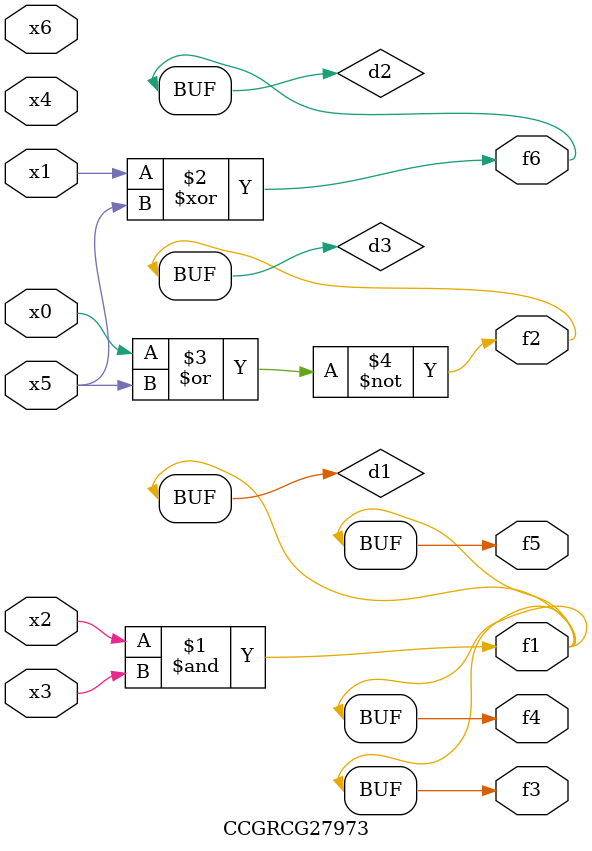
<source format=v>
module CCGRCG27973(
	input x0, x1, x2, x3, x4, x5, x6,
	output f1, f2, f3, f4, f5, f6
);

	wire d1, d2, d3;

	and (d1, x2, x3);
	xor (d2, x1, x5);
	nor (d3, x0, x5);
	assign f1 = d1;
	assign f2 = d3;
	assign f3 = d1;
	assign f4 = d1;
	assign f5 = d1;
	assign f6 = d2;
endmodule

</source>
